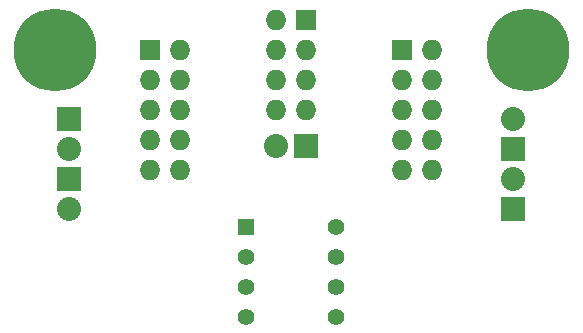
<source format=gbs>
%FSLAX46Y46*%
G04 Gerber Fmt 4.6, Leading zero omitted, Abs format (unit mm)*
G04 Created by KiCad (PCBNEW (2014-09-25 BZR 5147)-product) date vr 26 sep 2014 03:31:45 CEST*
%MOMM*%
G01*
G04 APERTURE LIST*
%ADD10C,0.100000*%
%ADD11R,1.727200X1.727200*%
%ADD12O,1.727200X1.727200*%
%ADD13C,7.000000*%
%ADD14R,2.032000X2.032000*%
%ADD15O,2.032000X2.032000*%
%ADD16R,1.397000X1.397000*%
%ADD17C,1.397000*%
G04 APERTURE END LIST*
D10*
D11*
X134366000Y-65024000D03*
D12*
X136906000Y-65024000D03*
X134366000Y-67564000D03*
X136906000Y-67564000D03*
X134366000Y-70104000D03*
X136906000Y-70104000D03*
X134366000Y-72644000D03*
X136906000Y-72644000D03*
X134366000Y-75184000D03*
X136906000Y-75184000D03*
D13*
X145000000Y-65000000D03*
D14*
X106172000Y-75946000D03*
D15*
X106172000Y-78486000D03*
D14*
X106172000Y-70866000D03*
D15*
X106172000Y-73406000D03*
D11*
X113030000Y-65024000D03*
D12*
X115570000Y-65024000D03*
X113030000Y-67564000D03*
X115570000Y-67564000D03*
X113030000Y-70104000D03*
X115570000Y-70104000D03*
X113030000Y-72644000D03*
X115570000Y-72644000D03*
X113030000Y-75184000D03*
X115570000Y-75184000D03*
D14*
X143764000Y-78486000D03*
D15*
X143764000Y-75946000D03*
D14*
X143764000Y-73406000D03*
D15*
X143764000Y-70866000D03*
D16*
X121158000Y-80010000D03*
D17*
X121158000Y-82550000D03*
X121158000Y-85090000D03*
X121158000Y-87630000D03*
X128778000Y-87630000D03*
X128778000Y-85090000D03*
X128778000Y-82550000D03*
X128778000Y-80010000D03*
D13*
X105000000Y-65000000D03*
D11*
X126238000Y-62484000D03*
D12*
X123698000Y-62484000D03*
X126238000Y-65024000D03*
X123698000Y-65024000D03*
X126238000Y-67564000D03*
X123698000Y-67564000D03*
X126238000Y-70104000D03*
X123698000Y-70104000D03*
D14*
X126238000Y-73152000D03*
D15*
X123698000Y-73152000D03*
M02*

</source>
